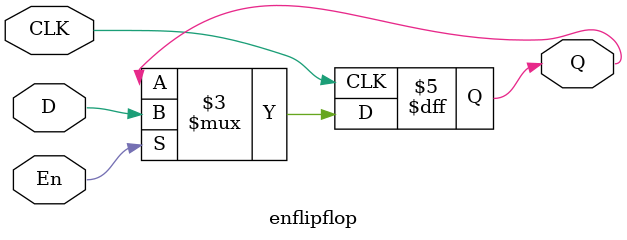
<source format=v>
module enflipflop(D, En, CLK, Q);

input D, En, CLK;
output reg Q;

always@(posedge CLK)
begin
    if(En) Q = D;
end
endmodule
</source>
